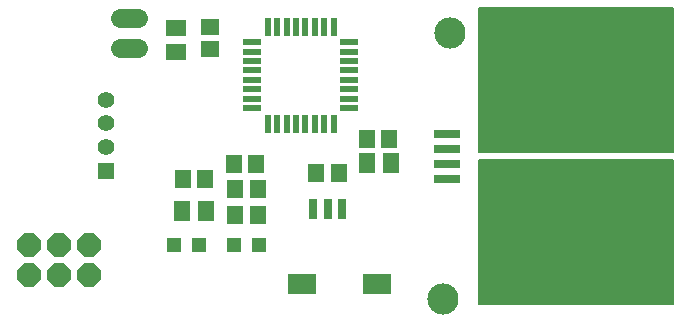
<source format=gts>
G75*
%MOIN*%
%OFA0B0*%
%FSLAX24Y24*%
%IPPOS*%
%LPD*%
%AMOC8*
5,1,8,0,0,1.08239X$1,22.5*
%
%ADD10C,0.0050*%
%ADD11C,0.1040*%
%ADD12R,0.0552X0.0631*%
%ADD13R,0.0552X0.0670*%
%ADD14R,0.0670X0.0552*%
%ADD15R,0.0512X0.0512*%
%ADD16OC8,0.0780*%
%ADD17R,0.0631X0.0552*%
%ADD18R,0.0555X0.0555*%
%ADD19C,0.0555*%
%ADD20R,0.0316X0.0709*%
%ADD21C,0.3583*%
%ADD22R,0.0946X0.0670*%
%ADD23R,0.0910X0.0280*%
%ADD24C,0.0640*%
%ADD25R,0.0240X0.0620*%
%ADD26R,0.0620X0.0240*%
D10*
X019910Y000968D02*
X019910Y005771D01*
X026384Y005771D01*
X026384Y000968D01*
X019910Y000968D01*
X019910Y001002D02*
X026384Y001002D01*
X026384Y001051D02*
X019910Y001051D01*
X019910Y001099D02*
X026384Y001099D01*
X026384Y001148D02*
X019910Y001148D01*
X019910Y001196D02*
X026384Y001196D01*
X026384Y001245D02*
X019910Y001245D01*
X019910Y001293D02*
X026384Y001293D01*
X026384Y001342D02*
X019910Y001342D01*
X019910Y001390D02*
X026384Y001390D01*
X026384Y001439D02*
X019910Y001439D01*
X019910Y001487D02*
X026384Y001487D01*
X026384Y001536D02*
X019910Y001536D01*
X019910Y001584D02*
X026384Y001584D01*
X026384Y001633D02*
X019910Y001633D01*
X019910Y001681D02*
X026384Y001681D01*
X026384Y001730D02*
X019910Y001730D01*
X019910Y001778D02*
X026384Y001778D01*
X026384Y001827D02*
X019910Y001827D01*
X019910Y001875D02*
X026384Y001875D01*
X026384Y001924D02*
X019910Y001924D01*
X019910Y001972D02*
X026384Y001972D01*
X026384Y002021D02*
X019910Y002021D01*
X019910Y002069D02*
X026384Y002069D01*
X026384Y002118D02*
X019910Y002118D01*
X019910Y002166D02*
X026384Y002166D01*
X026384Y002215D02*
X019910Y002215D01*
X019910Y002263D02*
X026384Y002263D01*
X026384Y002312D02*
X019910Y002312D01*
X019910Y002360D02*
X026384Y002360D01*
X026384Y002409D02*
X019910Y002409D01*
X019910Y002457D02*
X026384Y002457D01*
X026384Y002506D02*
X019910Y002506D01*
X019910Y002554D02*
X026384Y002554D01*
X026384Y002603D02*
X019910Y002603D01*
X019910Y002651D02*
X026384Y002651D01*
X026384Y002700D02*
X019910Y002700D01*
X019910Y002748D02*
X026384Y002748D01*
X026384Y002797D02*
X019910Y002797D01*
X019910Y002845D02*
X026384Y002845D01*
X026384Y002894D02*
X019910Y002894D01*
X019910Y002942D02*
X026384Y002942D01*
X026384Y002991D02*
X019910Y002991D01*
X019910Y003039D02*
X026384Y003039D01*
X026384Y003088D02*
X019910Y003088D01*
X019910Y003136D02*
X026384Y003136D01*
X026384Y003185D02*
X019910Y003185D01*
X019910Y003233D02*
X026384Y003233D01*
X026384Y003282D02*
X019910Y003282D01*
X019910Y003330D02*
X026384Y003330D01*
X026384Y003379D02*
X019910Y003379D01*
X019910Y003427D02*
X026384Y003427D01*
X026384Y003476D02*
X019910Y003476D01*
X019910Y003524D02*
X026384Y003524D01*
X026384Y003573D02*
X019910Y003573D01*
X019910Y003621D02*
X026384Y003621D01*
X026384Y003670D02*
X019910Y003670D01*
X019910Y003718D02*
X026384Y003718D01*
X026384Y003767D02*
X019910Y003767D01*
X019910Y003815D02*
X026384Y003815D01*
X026384Y003864D02*
X019910Y003864D01*
X019910Y003912D02*
X026384Y003912D01*
X026384Y003961D02*
X019910Y003961D01*
X019910Y004009D02*
X026384Y004009D01*
X026384Y004058D02*
X019910Y004058D01*
X019910Y004106D02*
X026384Y004106D01*
X026384Y004155D02*
X019910Y004155D01*
X019910Y004203D02*
X026384Y004203D01*
X026384Y004252D02*
X019910Y004252D01*
X019910Y004300D02*
X026384Y004300D01*
X026384Y004349D02*
X019910Y004349D01*
X019910Y004397D02*
X026384Y004397D01*
X026384Y004446D02*
X019910Y004446D01*
X019910Y004494D02*
X026384Y004494D01*
X026384Y004543D02*
X019910Y004543D01*
X019910Y004591D02*
X026384Y004591D01*
X026384Y004640D02*
X019910Y004640D01*
X019910Y004688D02*
X026384Y004688D01*
X026384Y004737D02*
X019910Y004737D01*
X019910Y004785D02*
X026384Y004785D01*
X026384Y004834D02*
X019910Y004834D01*
X019910Y004882D02*
X026384Y004882D01*
X026384Y004931D02*
X019910Y004931D01*
X019910Y004979D02*
X026384Y004979D01*
X026384Y005028D02*
X019910Y005028D01*
X019910Y005076D02*
X026384Y005076D01*
X026384Y005125D02*
X019910Y005125D01*
X019910Y005173D02*
X026384Y005173D01*
X026384Y005222D02*
X019910Y005222D01*
X019910Y005270D02*
X026384Y005270D01*
X026384Y005319D02*
X019910Y005319D01*
X019910Y005367D02*
X026384Y005367D01*
X026384Y005416D02*
X019910Y005416D01*
X019910Y005464D02*
X026384Y005464D01*
X026384Y005513D02*
X019910Y005513D01*
X019910Y005561D02*
X026384Y005561D01*
X026384Y005610D02*
X019910Y005610D01*
X019910Y005658D02*
X026384Y005658D01*
X026384Y005707D02*
X019910Y005707D01*
X019910Y005755D02*
X026384Y005755D01*
X026384Y006008D02*
X019910Y006008D01*
X019910Y010811D01*
X026384Y010811D01*
X026384Y006008D01*
X026384Y006046D02*
X019910Y006046D01*
X019910Y006095D02*
X026384Y006095D01*
X026384Y006143D02*
X019910Y006143D01*
X019910Y006192D02*
X026384Y006192D01*
X026384Y006240D02*
X019910Y006240D01*
X019910Y006289D02*
X026384Y006289D01*
X026384Y006337D02*
X019910Y006337D01*
X019910Y006386D02*
X026384Y006386D01*
X026384Y006434D02*
X019910Y006434D01*
X019910Y006483D02*
X026384Y006483D01*
X026384Y006531D02*
X019910Y006531D01*
X019910Y006580D02*
X026384Y006580D01*
X026384Y006628D02*
X019910Y006628D01*
X019910Y006677D02*
X026384Y006677D01*
X026384Y006725D02*
X019910Y006725D01*
X019910Y006774D02*
X026384Y006774D01*
X026384Y006822D02*
X019910Y006822D01*
X019910Y006871D02*
X026384Y006871D01*
X026384Y006919D02*
X019910Y006919D01*
X019910Y006968D02*
X026384Y006968D01*
X026384Y007016D02*
X019910Y007016D01*
X019910Y007065D02*
X026384Y007065D01*
X026384Y007113D02*
X019910Y007113D01*
X019910Y007162D02*
X026384Y007162D01*
X026384Y007210D02*
X019910Y007210D01*
X019910Y007259D02*
X026384Y007259D01*
X026384Y007307D02*
X019910Y007307D01*
X019910Y007356D02*
X026384Y007356D01*
X026384Y007404D02*
X019910Y007404D01*
X019910Y007453D02*
X026384Y007453D01*
X026384Y007501D02*
X019910Y007501D01*
X019910Y007550D02*
X026384Y007550D01*
X026384Y007598D02*
X019910Y007598D01*
X019910Y007647D02*
X026384Y007647D01*
X026384Y007695D02*
X019910Y007695D01*
X019910Y007744D02*
X026384Y007744D01*
X026384Y007792D02*
X019910Y007792D01*
X019910Y007841D02*
X026384Y007841D01*
X026384Y007889D02*
X019910Y007889D01*
X019910Y007938D02*
X026384Y007938D01*
X026384Y007986D02*
X019910Y007986D01*
X019910Y008035D02*
X026384Y008035D01*
X026384Y008083D02*
X019910Y008083D01*
X019910Y008132D02*
X026384Y008132D01*
X026384Y008180D02*
X019910Y008180D01*
X019910Y008229D02*
X026384Y008229D01*
X026384Y008277D02*
X019910Y008277D01*
X019910Y008326D02*
X026384Y008326D01*
X026384Y008374D02*
X019910Y008374D01*
X019910Y008423D02*
X026384Y008423D01*
X026384Y008471D02*
X019910Y008471D01*
X019910Y008520D02*
X026384Y008520D01*
X026384Y008568D02*
X019910Y008568D01*
X019910Y008617D02*
X026384Y008617D01*
X026384Y008665D02*
X019910Y008665D01*
X019910Y008714D02*
X026384Y008714D01*
X026384Y008762D02*
X019910Y008762D01*
X019910Y008811D02*
X026384Y008811D01*
X026384Y008859D02*
X019910Y008859D01*
X019910Y008908D02*
X026384Y008908D01*
X026384Y008956D02*
X019910Y008956D01*
X019910Y009005D02*
X026384Y009005D01*
X026384Y009053D02*
X019910Y009053D01*
X019910Y009102D02*
X026384Y009102D01*
X026384Y009150D02*
X019910Y009150D01*
X019910Y009199D02*
X026384Y009199D01*
X026384Y009247D02*
X019910Y009247D01*
X019910Y009296D02*
X026384Y009296D01*
X026384Y009344D02*
X019910Y009344D01*
X019910Y009393D02*
X026384Y009393D01*
X026384Y009441D02*
X019910Y009441D01*
X019910Y009490D02*
X026384Y009490D01*
X026384Y009538D02*
X019910Y009538D01*
X019910Y009587D02*
X026384Y009587D01*
X026384Y009635D02*
X019910Y009635D01*
X019910Y009684D02*
X026384Y009684D01*
X026384Y009732D02*
X019910Y009732D01*
X019910Y009781D02*
X026384Y009781D01*
X026384Y009829D02*
X019910Y009829D01*
X019910Y009878D02*
X026384Y009878D01*
X026384Y009926D02*
X019910Y009926D01*
X019910Y009975D02*
X026384Y009975D01*
X026384Y010023D02*
X019910Y010023D01*
X019910Y010072D02*
X026384Y010072D01*
X026384Y010120D02*
X019910Y010120D01*
X019910Y010169D02*
X026384Y010169D01*
X026384Y010217D02*
X019910Y010217D01*
X019910Y010266D02*
X026384Y010266D01*
X026384Y010314D02*
X019910Y010314D01*
X019910Y010363D02*
X026384Y010363D01*
X026384Y010411D02*
X019910Y010411D01*
X019910Y010460D02*
X026384Y010460D01*
X026384Y010508D02*
X019910Y010508D01*
X019910Y010557D02*
X026384Y010557D01*
X026384Y010605D02*
X019910Y010605D01*
X019910Y010654D02*
X026384Y010654D01*
X026384Y010702D02*
X019910Y010702D01*
X019910Y010751D02*
X026384Y010751D01*
X026384Y010799D02*
X019910Y010799D01*
D11*
X018947Y009999D03*
X018718Y001133D03*
D12*
X012542Y003933D03*
X011794Y003933D03*
X011794Y004783D03*
X012542Y004783D03*
X012492Y005633D03*
X011744Y005633D03*
X010792Y005133D03*
X010044Y005133D03*
X014494Y005333D03*
X015242Y005333D03*
X016181Y006453D03*
X016929Y006453D03*
D13*
X016972Y005665D03*
X016184Y005665D03*
X010808Y004070D03*
X010020Y004070D03*
D14*
X009821Y009368D03*
X009821Y010155D03*
D15*
X009755Y002933D03*
X010581Y002933D03*
X011755Y002933D03*
X012581Y002933D03*
D16*
X004918Y001933D03*
X005918Y001933D03*
X006918Y001933D03*
X006918Y002933D03*
X005918Y002933D03*
X004918Y002933D03*
D17*
X010949Y009459D03*
X010949Y010207D03*
D18*
X007468Y005401D03*
D19*
X007468Y006189D03*
X007468Y006976D03*
X007468Y007764D03*
D20*
X014395Y004133D03*
X014868Y004133D03*
X015340Y004133D03*
D21*
X022866Y002937D03*
X022866Y008842D03*
D22*
X016508Y001633D03*
X014028Y001633D03*
D23*
X018832Y005136D03*
X018832Y005636D03*
X018832Y006136D03*
X018832Y006636D03*
X020892Y006636D03*
X020892Y006136D03*
X020892Y005636D03*
X020892Y005136D03*
D24*
X008539Y009499D02*
X007939Y009499D01*
X007939Y010499D02*
X008539Y010499D01*
D25*
X012868Y010203D03*
X013178Y010203D03*
X013498Y010203D03*
X013808Y010203D03*
X014128Y010203D03*
X014438Y010203D03*
X014758Y010203D03*
X015068Y010203D03*
X015068Y006963D03*
X014758Y006963D03*
X014438Y006963D03*
X014128Y006963D03*
X013808Y006963D03*
X013498Y006963D03*
X013178Y006963D03*
X012868Y006963D03*
D26*
X012348Y007483D03*
X012348Y007793D03*
X012348Y008113D03*
X012348Y008423D03*
X012348Y008743D03*
X012348Y009053D03*
X012348Y009373D03*
X012348Y009683D03*
X015588Y009683D03*
X015588Y009373D03*
X015588Y009053D03*
X015588Y008743D03*
X015588Y008423D03*
X015588Y008113D03*
X015588Y007793D03*
X015588Y007483D03*
M02*

</source>
